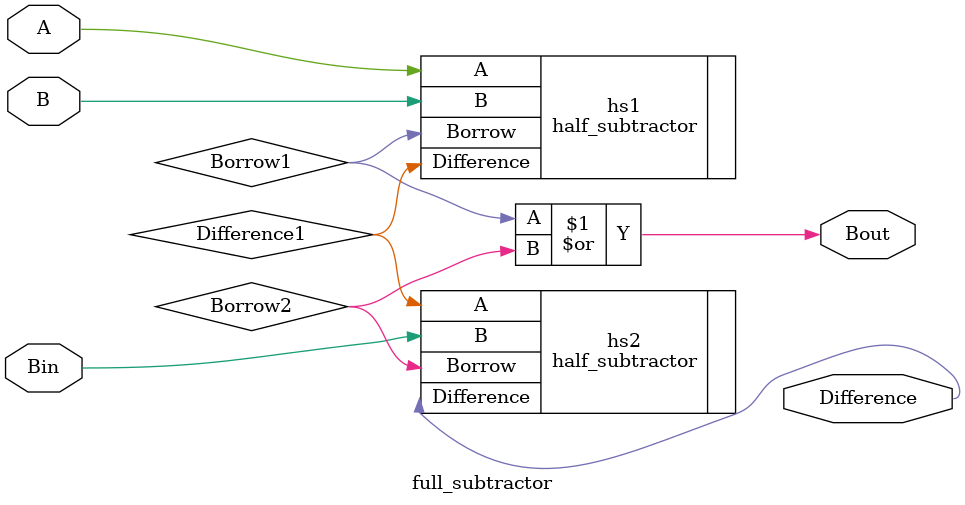
<source format=v>

module full_subtractor (
    input wire A,
    input wire B,
    input Bin, //Borrow in
    output wire Difference,
    output wire Bout //Borrow out
);

//Interediate signals (between subtractors)
wire Difference1, Borrow1, Borrow2;

half_subtractor hs1 (
    .A(A),
    .B(B),
    .Difference(Difference1),
    .Borrow(Borrow1)
);

//Second HS Input Difference1, Borrow1 output Difference, Borrow2
half_subtractor hs2 (
    .A(Difference1),
    .B(Bin),
    .Difference(Difference),
    .Borrow(Borrow2)
);

assign Bout = Borrow1 | Borrow2;

endmodule


</source>
